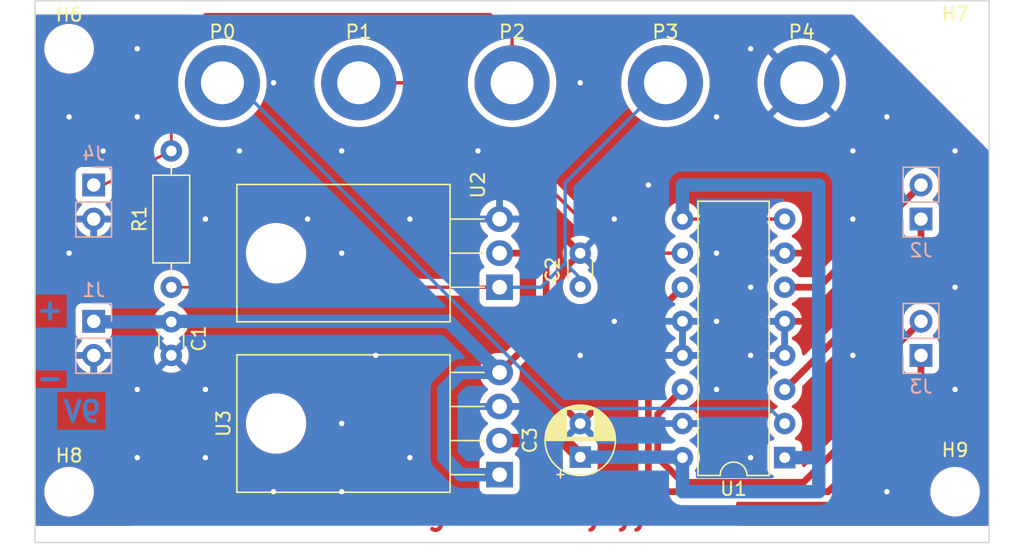
<source format=kicad_pcb>
(kicad_pcb (version 20221018) (generator pcbnew)
  (layers (0 "F.Cu" signal) (31 "B.Cu" signal) (34 "B.Paste" user) (35 "F.Paste" user) (36 "B.SilkS" user "B.Silkscreen") (37 "F.SilkS" user "F.Silkscreen") (38 "B.Mask" user) (39 "F.Mask" user) (44 "Edge.Cuts" user))
  (net 0 "")
  (net 1 "/9V")
  (net 2 "/GND")
  (net 3 "Net-(U1-1A)")
  (net 4 "Net-(U1-3A)")
  (net 5 "Net-(J2-Pin_1)")
  (net 6 "Net-(J2-Pin_2)")
  (net 7 "Net-(J3-Pin_1)")
  (net 8 "Net-(J3-Pin_2)")
  (net 9 "/3.3V")
  (net 10 "/5V")
  (net 11 "Net-(J4-Pin_1)")
  (footprint "Package_TO_SOT_THT:TO-220-4_Horizontal_TabDown" (layer "F.Cu") (at 131.15 92.71 90)
    (fp_text reference "U3" (at 3.81 -20.58 90) (layer "F.SilkS"))
    (fp_text value "~")
    (fp_line (start -1.31 -19.58) (end -1.31 -3.69) (stroke (width 0.12)) (layer "F.SilkS"))
    (fp_line (start -1.31 -19.58) (end 8.93 -19.58) (stroke (width 0.12)) (layer "F.SilkS"))
    (fp_line (start -1.31 -3.69) (end 8.93 -3.69) (stroke (width 0.12)) (layer "F.SilkS"))
    (fp_line (start 0 -3.69) (end 0 -1.15) (stroke (width 0.12)) (layer "F.SilkS"))
    (fp_line (start 2.54 -3.69) (end 2.54 -1.15) (stroke (width 0.12)) (layer "F.SilkS"))
    (fp_line (start 5.08 -3.69) (end 5.08 -1.15) (stroke (width 0.12)) (layer "F.SilkS"))
    (fp_line (start 7.62 -3.69) (end 7.62 -1.15) (stroke (width 0.12)) (layer "F.SilkS"))
    (fp_line (start 8.93 -19.58) (end 8.93 -3.69) (stroke (width 0.12)) (layer "F.SilkS"))
    (pad "" np_thru_hole oval (at 3.81 -16.66 90) (size 3.5 3.5) (drill 3.5) (layers "*.Cu" "*.Mask"))
    (pad "1" thru_hole rect (at 0 0 90) (size 1.905 2) (drill 1.1) (layers "*.Cu" "*.Mask") (net 1 "/9V"))
    (pad "2" thru_hole oval (at 2.54 0 90) (size 1.905 2) (drill 1.1) (layers "*.Cu" "*.Mask") (net 10 "/5V"))
    (pad "3" thru_hole oval (at 5.08 0 90) (size 1.905 2) (drill 1.1) (layers "*.Cu" "*.Mask") (net 2 "/GND"))
    (pad "4" thru_hole oval (at 7.62 0 90) (size 1.905 2) (drill 1.1) (layers "*.Cu" "*.Mask") (net 1 "/9V"))
  )
  (footprint "Capacitor_THT:C_Disc_D3.0mm_W1.6mm_P2.50mm" (layer "F.Cu") (at 137.16 78.7 90)
    (fp_text reference "C2" (at 1.25 -2.05 90) (layer "F.SilkS"))
    (fp_text value "0.1μF")
    (fp_line (start 0.621 -0.92) (end 1.879 -0.92) (stroke (width 0.12)) (layer "F.SilkS"))
    (fp_line (start 0.621 0.92) (end 1.879 0.92) (stroke (width 0.12)) (layer "F.SilkS"))
    (pad "1" thru_hole circle (at 0 0 90) (size 1.6 1.6) (drill 0.8) (layers "*.Cu" "*.Mask") (net 9 "/3.3V"))
    (pad "2" thru_hole circle (at 2.5 0 90) (size 1.6 1.6) (drill 0.8) (layers "*.Cu" "*.Mask") (net 2 "/GND"))
  )
  (footprint "MountingHole:MountingHole_3.2mm_M3_DIN965_Pad" (layer "F.Cu") (at 110.49 63.5)
    (fp_text reference "P0" (at 0 -3.8) (layer "F.SilkS"))
    (fp_text value "MountingHole_Pad")
    (pad "1" thru_hole circle (at 0 0) (size 5.6 5.6) (drill 3.2) (layers "*.Cu" "*.Mask") (net 3 "Net-(U1-1A)"))
  )
  (footprint "Capacitor_THT:CP_Radial_D5.0mm_P2.50mm" (layer "F.Cu") (at 137.16 91.4 90)
    (fp_text reference "C3" (at 1.25 -3.75 90) (layer "F.SilkS"))
    (fp_text value "22μF")
    (fp_line (start -1.554775 -1.475) (end -1.054775 -1.475) (stroke (width 0.12)) (layer "F.SilkS"))
    (fp_line (start -1.304775 -1.725) (end -1.304775 -1.225) (stroke (width 0.12)) (layer "F.SilkS"))
    (fp_line (start 1.25 -2.58) (end 1.25 2.58) (stroke (width 0.12)) (layer "F.SilkS"))
    (fp_line (start 1.29 -2.58) (end 1.29 2.58) (stroke (width 0.12)) (layer "F.SilkS"))
    (fp_line (start 1.33 -2.579) (end 1.33 2.579) (stroke (width 0.12)) (layer "F.SilkS"))
    (fp_line (start 1.37 -2.578) (end 1.37 2.578) (stroke (width 0.12)) (layer "F.SilkS"))
    (fp_line (start 1.41 -2.576) (end 1.41 2.576) (stroke (width 0.12)) (layer "F.SilkS"))
    (fp_line (start 1.45 -2.573) (end 1.45 2.573) (stroke (width 0.12)) (layer "F.SilkS"))
    (fp_line (start 1.49 -2.569) (end 1.49 -1.04) (stroke (width 0.12)) (layer "F.SilkS"))
    (fp_line (start 1.49 1.04) (end 1.49 2.569) (stroke (width 0.12)) (layer "F.SilkS"))
    (fp_line (start 1.53 -2.565) (end 1.53 -1.04) (stroke (width 0.12)) (layer "F.SilkS"))
    (fp_line (start 1.53 1.04) (end 1.53 2.565) (stroke (width 0.12)) (layer "F.SilkS"))
    (fp_line (start 1.57 -2.561) (end 1.57 -1.04) (stroke (width 0.12)) (layer "F.SilkS"))
    (fp_line (start 1.57 1.04) (end 1.57 2.561) (stroke (width 0.12)) (layer "F.SilkS"))
    (fp_line (start 1.61 -2.556) (end 1.61 -1.04) (stroke (width 0.12)) (layer "F.SilkS"))
    (fp_line (start 1.61 1.04) (end 1.61 2.556) (stroke (width 0.12)) (layer "F.SilkS"))
    (fp_line (start 1.65 -2.55) (end 1.65 -1.04) (stroke (width 0.12)) (layer "F.SilkS"))
    (fp_line (start 1.65 1.04) (end 1.65 2.55) (stroke (width 0.12)) (layer "F.SilkS"))
    (fp_line (start 1.69 -2.543) (end 1.69 -1.04) (stroke (width 0.12)) (layer "F.SilkS"))
    (fp_line (start 1.69 1.04) (end 1.69 2.543) (stroke (width 0.12)) (layer "F.SilkS"))
    (fp_line (start 1.73 -2.536) (end 1.73 -1.04) (stroke (width 0.12)) (layer "F.SilkS"))
    (fp_line (start 1.73 1.04) (end 1.73 2.536) (stroke (width 0.12)) (layer "F.SilkS"))
    (fp_line (start 1.77 -2.528) (end 1.77 -1.04) (stroke (width 0.12)) (layer "F.SilkS"))
    (fp_line (start 1.77 1.04) (end 1.77 2.528) (stroke (width 0.12)) (layer "F.SilkS"))
    (fp_line (start 1.81 -2.52) (end 1.81 -1.04) (stroke (width 0.12)) (layer "F.SilkS"))
    (fp_line (start 1.81 1.04) (end 1.81 2.52) (stroke (width 0.12)) (layer "F.SilkS"))
    (fp_line (start 1.85 -2.511) (end 1.85 -1.04) (stroke (width 0.12)) (layer "F.SilkS"))
    (fp_line (start 1.85 1.04) (end 1.85 2.511) (stroke (width 0.12)) (layer "F.SilkS"))
    (fp_line (start 1.89 -2.501) (end 1.89 -1.04) (stroke (width 0.12)) (layer "F.SilkS"))
    (fp_line (start 1.89 1.04) (end 1.89 2.501) (stroke (width 0.12)) (layer "F.SilkS"))
    (fp_line (start 1.93 -2.491) (end 1.93 -1.04) (stroke (width 0.12)) (layer "F.SilkS"))
    (fp_line (start 1.93 1.04) (end 1.93 2.491) (stroke (width 0.12)) (layer "F.SilkS"))
    (fp_line (start 1.971 -2.48) (end 1.971 -1.04) (stroke (width 0.12)) (layer "F.SilkS"))
    (fp_line (start 1.971 1.04) (end 1.971 2.48) (stroke (width 0.12)) (layer "F.SilkS"))
    (fp_line (start 2.011 -2.468) (end 2.011 -1.04) (stroke (width 0.12)) (layer "F.SilkS"))
    (fp_line (start 2.011 1.04) (end 2.011 2.468) (stroke (width 0.12)) (layer "F.SilkS"))
    (fp_line (start 2.051 -2.455) (end 2.051 -1.04) (stroke (width 0.12)) (layer "F.SilkS"))
    (fp_line (start 2.051 1.04) (end 2.051 2.455) (stroke (width 0.12)) (layer "F.SilkS"))
    (fp_line (start 2.091 -2.442) (end 2.091 -1.04) (stroke (width 0.12)) (layer "F.SilkS"))
    (fp_line (start 2.091 1.04) (end 2.091 2.442) (stroke (width 0.12)) (layer "F.SilkS"))
    (fp_line (start 2.131 -2.428) (end 2.131 -1.04) (stroke (width 0.12)) (layer "F.SilkS"))
    (fp_line (start 2.131 1.04) (end 2.131 2.428) (stroke (width 0.12)) (layer "F.SilkS"))
    (fp_line (start 2.171 -2.414) (end 2.171 -1.04) (stroke (width 0.12)) (layer "F.SilkS"))
    (fp_line (start 2.171 1.04) (end 2.171 2.414) (stroke (width 0.12)) (layer "F.SilkS"))
    (fp_line (start 2.211 -2.398) (end 2.211 -1.04) (stroke (width 0.12)) (layer "F.SilkS"))
    (fp_line (start 2.211 1.04) (end 2.211 2.398) (stroke (width 0.12)) (layer "F.SilkS"))
    (fp_line (start 2.251 -2.382) (end 2.251 -1.04) (stroke (width 0.12)) (layer "F.SilkS"))
    (fp_line (start 2.251 1.04) (end 2.251 2.382) (stroke (width 0.12)) (layer "F.SilkS"))
    (fp_line (start 2.291 -2.365) (end 2.291 -1.04) (stroke (width 0.12)) (layer "F.SilkS"))
    (fp_line (start 2.291 1.04) (end 2.291 2.365) (stroke (width 0.12)) (layer "F.SilkS"))
    (fp_line (start 2.331 -2.348) (end 2.331 -1.04) (stroke (width 0.12)) (layer "F.SilkS"))
    (fp_line (start 2.331 1.04) (end 2.331 2.348) (stroke (width 0.12)) (layer "F.SilkS"))
    (fp_line (start 2.371 -2.329) (end 2.371 -1.04) (stroke (width 0.12)) (layer "F.SilkS"))
    (fp_line (start 2.371 1.04) (end 2.371 2.329) (stroke (width 0.12)) (layer "F.SilkS"))
    (fp_line (start 2.411 -2.31) (end 2.411 -1.04) (stroke (width 0.12)) (layer "F.SilkS"))
    (fp_line (start 2.411 1.04) (end 2.411 2.31) (stroke (width 0.12)) (layer "F.SilkS"))
    (fp_line (start 2.451 -2.29) (end 2.451 -1.04) (stroke (width 0.12)) (layer "F.SilkS"))
    (fp_line (start 2.451 1.04) (end 2.451 2.29) (stroke (width 0.12)) (layer "F.SilkS"))
    (fp_line (start 2.491 -2.268) (end 2.491 -1.04) (stroke (width 0.12)) (layer "F.SilkS"))
    (fp_line (start 2.491 1.04) (end 2.491 2.268) (stroke (width 0.12)) (layer "F.SilkS"))
    (fp_line (start 2.531 -2.247) (end 2.531 -1.04) (stroke (width 0.12)) (layer "F.SilkS"))
    (fp_line (start 2.531 1.04) (end 2.531 2.247) (stroke (width 0.12)) (layer "F.SilkS"))
    (fp_line (start 2.571 -2.224) (end 2.571 -1.04) (stroke (width 0.12)) (layer "F.SilkS"))
    (fp_line (start 2.571 1.04) (end 2.571 2.224) (stroke (width 0.12)) (layer "F.SilkS"))
    (fp_line (start 2.611 -2.2) (end 2.611 -1.04) (stroke (width 0.12)) (layer "F.SilkS"))
    (fp_line (start 2.611 1.04) (end 2.611 2.2) (stroke (width 0.12)) (layer "F.SilkS"))
    (fp_line (start 2.651 -2.175) (end 2.651 -1.04) (stroke (width 0.12)) (layer "F.SilkS"))
    (fp_line (start 2.651 1.04) (end 2.651 2.175) (stroke (width 0.12)) (layer "F.SilkS"))
    (fp_line (start 2.691 -2.149) (end 2.691 -1.04) (stroke (width 0.12)) (layer "F.SilkS"))
    (fp_line (start 2.691 1.04) (end 2.691 2.149) (stroke (width 0.12)) (layer "F.SilkS"))
    (fp_line (start 2.731 -2.122) (end 2.731 -1.04) (stroke (width 0.12)) (layer "F.SilkS"))
    (fp_line (start 2.731 1.04) (end 2.731 2.122) (stroke (width 0.12)) (layer "F.SilkS"))
    (fp_line (start 2.771 -2.095) (end 2.771 -1.04) (stroke (width 0.12)) (layer "F.SilkS"))
    (fp_line (start 2.771 1.04) (end 2.771 2.095) (stroke (width 0.12)) (layer "F.SilkS"))
    (fp_line (start 2.811 -2.065) (end 2.811 -1.04) (stroke (width 0.12)) (layer "F.SilkS"))
    (fp_line (start 2.811 1.04) (end 2.811 2.065) (stroke (width 0.12)) (layer "F.SilkS"))
    (fp_line (start 2.851 -2.035) (end 2.851 -1.04) (stroke (width 0.12)) (layer "F.SilkS"))
    (fp_line (start 2.851 1.04) (end 2.851 2.035) (stroke (width 0.12)) (layer "F.SilkS"))
    (fp_line (start 2.891 -2.004) (end 2.891 -1.04) (stroke (width 0.12)) (layer "F.SilkS"))
    (fp_line (start 2.891 1.04) (end 2.891 2.004) (stroke (width 0.12)) (layer "F.SilkS"))
    (fp_line (start 2.931 -1.971) (end 2.931 -1.04) (stroke (width 0.12)) (layer "F.SilkS"))
    (fp_line (start 2.931 1.04) (end 2.931 1.971) (stroke (width 0.12)) (layer "F.SilkS"))
    (fp_line (start 2.971 -1.937) (end 2.971 -1.04) (stroke (width 0.12)) (layer "F.SilkS"))
    (fp_line (start 2.971 1.04) (end 2.971 1.937) (stroke (width 0.12)) (layer "F.SilkS"))
    (fp_line (start 3.011 -1.901) (end 3.011 -1.04) (stroke (width 0.12)) (layer "F.SilkS"))
    (fp_line (start 3.011 1.04) (end 3.011 1.901) (stroke (width 0.12)) (layer "F.SilkS"))
    (fp_line (start 3.051 -1.864) (end 3.051 -1.04) (stroke (width 0.12)) (layer "F.SilkS"))
    (fp_line (start 3.051 1.04) (end 3.051 1.864) (stroke (width 0.12)) (layer "F.SilkS"))
    (fp_line (start 3.091 -1.826) (end 3.091 -1.04) (stroke (width 0.12)) (layer "F.SilkS"))
    (fp_line (start 3.091 1.04) (end 3.091 1.826) (stroke (width 0.12)) (layer "F.SilkS"))
    (fp_line (start 3.131 -1.785) (end 3.131 -1.04) (stroke (width 0.12)) (layer "F.SilkS"))
    (fp_line (start 3.131 1.04) (end 3.131 1.785) (stroke (width 0.12)) (layer "F.SilkS"))
    (fp_line (start 3.171 -1.743) (end 3.171 -1.04) (stroke (width 0.12)) (layer "F.SilkS"))
    (fp_line (start 3.171 1.04) (end 3.171 1.743) (stroke (width 0.12)) (layer "F.SilkS"))
    (fp_line (start 3.211 -1.699) (end 3.211 -1.04) (stroke (width 0.12)) (layer "F.SilkS"))
    (fp_line (start 3.211 1.04) (end 3.211 1.699) (stroke (width 0.12)) (layer "F.SilkS"))
    (fp_line (start 3.251 -1.653) (end 3.251 -1.04) (stroke (width 0.12)) (layer "F.SilkS"))
    (fp_line (start 3.251 1.04) (end 3.251 1.653) (stroke (width 0.12)) (layer "F.SilkS"))
    (fp_line (start 3.291 -1.605) (end 3.291 -1.04) (stroke (width 0.12)) (layer "F.SilkS"))
    (fp_line (start 3.291 1.04) (end 3.291 1.605) (stroke (width 0.12)) (layer "F.SilkS"))
    (fp_line (start 3.331 -1.554) (end 3.331 -1.04) (stroke (width 0.12)) (layer "F.SilkS"))
    (fp_line (start 3.331 1.04) (end 3.331 1.554) (stroke (width 0.12)) (layer "F.SilkS"))
    (fp_line (start 3.371 -1.5) (end 3.371 -1.04) (stroke (width 0.12)) (layer "F.SilkS"))
    (fp_line (start 3.371 1.04) (end 3.371 1.5) (stroke (width 0.12)) (layer "F.SilkS"))
    (fp_line (start 3.411 -1.443) (end 3.411 -1.04) (stroke (width 0.12)) (layer "F.SilkS"))
    (fp_line (start 3.411 1.04) (end 3.411 1.443) (stroke (width 0.12)) (layer "F.SilkS"))
    (fp_line (start 3.451 -1.383) (end 3.451 -1.04) (stroke (width 0.12)) (layer "F.SilkS"))
    (fp_line (start 3.451 1.04) (end 3.451 1.383) (stroke (width 0.12)) (layer "F.SilkS"))
    (fp_line (start 3.491 -1.319) (end 3.491 -1.04) (stroke (width 0.12)) (layer "F.SilkS"))
    (fp_line (start 3.491 1.04) (end 3.491 1.319) (stroke (width 0.12)) (layer "F.SilkS"))
    (fp_line (start 3.531 -1.251) (end 3.531 -1.04) (stroke (width 0.12)) (layer "F.SilkS"))
    (fp_line (start 3.531 1.04) (end 3.531 1.251) (stroke (width 0.12)) (layer "F.SilkS"))
    (fp_line (start 3.571 -1.178) (end 3.571 1.178) (stroke (width 0.12)) (layer "F.SilkS"))
    (fp_line (start 3.611 -1.098) (end 3.611 1.098) (stroke (width 0.12)) (layer "F.SilkS"))
    (fp_line (start 3.651 -1.011) (end 3.651 1.011) (stroke (width 0.12)) (layer "F.SilkS"))
    (fp_line (start 3.691 -0.915) (end 3.691 0.915) (stroke (width 0.12)) (layer "F.SilkS"))
    (fp_line (start 3.731 -0.805) (end 3.731 0.805) (stroke (width 0.12)) (layer "F.SilkS"))
    (fp_line (start 3.771 -0.677) (end 3.771 0.677) (stroke (width 0.12)) (layer "F.SilkS"))
    (fp_line (start 3.811 -0.518) (end 3.811 0.518) (stroke (width 0.12)) (layer "F.SilkS"))
    (fp_line (start 3.851 -0.284) (end 3.851 0.284) (stroke (width 0.12)) (layer "F.SilkS"))
    (fp_circle (center 1.25 0) (end 3.87 0) (stroke (width 0.12)) (fill none) (layer "F.SilkS"))
    (pad "1" thru_hole rect (at 0 0 90) (size 1.6 1.6) (drill 0.8) (layers "*.Cu" "*.Mask") (net 10 "/5V"))
    (pad "2" thru_hole circle (at 2.5 0 90) (size 1.6 1.6) (drill 0.8) (layers "*.Cu" "*.Mask") (net 2 "/GND"))
  )
  (footprint "Package_DIP:DIP-16_W7.62mm" (layer "F.Cu") (at 152.4 91.44 180)
    (fp_text reference "U1" (at 3.81 -2.33) (layer "F.SilkS"))
    (fp_text value "L293D")
    (fp_line (start 1.16 -1.33) (end 1.16 19.11) (stroke (width 0.12)) (layer "F.SilkS"))
    (fp_line (start 1.16 19.11) (end 6.46 19.11) (stroke (width 0.12)) (layer "F.SilkS"))
    (fp_line (start 2.81 -1.33) (end 1.16 -1.33) (stroke (width 0.12)) (layer "F.SilkS"))
    (fp_line (start 6.46 -1.33) (end 4.81 -1.33) (stroke (width 0.12)) (layer "F.SilkS"))
    (fp_line (start 6.46 19.11) (end 6.46 -1.33) (stroke (width 0.12)) (layer "F.SilkS"))
    (fp_arc (start 4.81 -1.33) (mid 3.81 -0.33) (end 2.81 -1.33) (stroke (width 0.12)) (layer "F.SilkS"))
    (pad "1" thru_hole rect (at 0 0 180) (size 1.6 1.6) (drill 0.8) (layers "*.Cu" "*.Mask") (net 10 "/5V"))
    (pad "2" thru_hole oval (at 0 2.54 180) (size 1.6 1.6) (drill 0.8) (layers "*.Cu" "*.Mask") (net 3 "Net-(U1-1A)"))
    (pad "3" thru_hole oval (at 0 5.08 180) (size 1.6 1.6) (drill 0.8) (layers "*.Cu" "*.Mask") (net 5 "Net-(J2-Pin_1)"))
    (pad "4" thru_hole oval (at 0 7.62 180) (size 1.6 1.6) (drill 0.8) (layers "*.Cu" "*.Mask") (net 2 "/GND"))
    (pad "5" thru_hole oval (at 0 10.16 180) (size 1.6 1.6) (drill 0.8) (layers "*.Cu" "*.Mask") (net 2 "/GND"))
    (pad "6" thru_hole oval (at 0 12.7 180) (size 1.6 1.6) (drill 0.8) (layers "*.Cu" "*.Mask") (net 6 "Net-(J2-Pin_2)"))
    (pad "7" thru_hole oval (at 0 15.24 180) (size 1.6 1.6) (drill 0.8) (layers "*.Cu" "*.Mask") (net 2 "/GND"))
    (pad "8" thru_hole oval (at 0 17.78 180) (size 1.6 1.6) (drill 0.8) (layers "*.Cu" "*.Mask") (net 10 "/5V"))
    (pad "9" thru_hole oval (at 7.62 17.78 180) (size 1.6 1.6) (drill 0.8) (layers "*.Cu" "*.Mask") (net 10 "/5V"))
    (pad "10" thru_hole oval (at 7.62 15.24 180) (size 1.6 1.6) (drill 0.8) (layers "*.Cu" "*.Mask") (net 4 "Net-(U1-3A)"))
    (pad "11" thru_hole oval (at 7.62 12.7 180) (size 1.6 1.6) (drill 0.8) (layers "*.Cu" "*.Mask") (net 7 "Net-(J3-Pin_1)"))
    (pad "12" thru_hole oval (at 7.62 10.16 180) (size 1.6 1.6) (drill 0.8) (layers "*.Cu" "*.Mask") (net 2 "/GND"))
    (pad "13" thru_hole oval (at 7.62 7.62 180) (size 1.6 1.6) (drill 0.8) (layers "*.Cu" "*.Mask") (net 2 "/GND"))
    (pad "14" thru_hole oval (at 7.62 5.08 180) (size 1.6 1.6) (drill 0.8) (layers "*.Cu" "*.Mask") (net 8 "Net-(J3-Pin_2)"))
    (pad "15" thru_hole oval (at 7.62 2.54 180) (size 1.6 1.6) (drill 0.8) (layers "*.Cu" "*.Mask") (net 2 "/GND"))
    (pad "16" thru_hole oval (at 7.62 0 180) (size 1.6 1.6) (drill 0.8) (layers "*.Cu" "*.Mask") (net 10 "/5V"))
  )
  (footprint "Resistor_THT:R_Axial_DIN0207_L6.3mm_D2.5mm_P10.16mm_Horizontal" (layer "F.Cu") (at 106.68 78.74 90)
    (fp_text reference "R1" (at 5.08 -2.37 90) (layer "F.SilkS"))
    (fp_text value "10KΩ")
    (fp_line (start 1.04 0) (end 1.81 0) (stroke (width 0.12)) (layer "F.SilkS"))
    (fp_line (start 1.81 -1.37) (end 1.81 1.37) (stroke (width 0.12)) (layer "F.SilkS"))
    (fp_line (start 1.81 1.37) (end 8.35 1.37) (stroke (width 0.12)) (layer "F.SilkS"))
    (fp_line (start 8.35 -1.37) (end 1.81 -1.37) (stroke (width 0.12)) (layer "F.SilkS"))
    (fp_line (start 8.35 1.37) (end 8.35 -1.37) (stroke (width 0.12)) (layer "F.SilkS"))
    (fp_line (start 9.12 0) (end 8.35 0) (stroke (width 0.12)) (layer "F.SilkS"))
    (pad "1" thru_hole circle (at 0 0 90) (size 1.6 1.6) (drill 0.8) (layers "*.Cu" "*.Mask") (net 9 "/3.3V"))
    (pad "2" thru_hole oval (at 10.16 0 90) (size 1.6 1.6) (drill 0.8) (layers "*.Cu" "*.Mask") (net 11 "Net-(J4-Pin_1)"))
  )
  (footprint "Package_TO_SOT_THT:TO-220-3_Horizontal_TabDown" (layer "F.Cu") (at 131.15 78.74 90)
    (fp_text reference "U2" (at 7.62 -1.61 90) (layer "F.SilkS"))
    (fp_text value "~")
    (fp_line (start -2.58 -19.58) (end -2.58 -3.69) (stroke (width 0.12)) (layer "F.SilkS"))
    (fp_line (start -2.58 -19.58) (end 7.66 -19.58) (stroke (width 0.12)) (layer "F.SilkS"))
    (fp_line (start -2.58 -3.69) (end 7.66 -3.69) (stroke (width 0.12)) (layer "F.SilkS"))
    (fp_line (start 0 -3.69) (end 0 -1.15) (stroke (width 0.12)) (layer "F.SilkS"))
    (fp_line (start 2.54 -3.69) (end 2.54 -1.15) (stroke (width 0.12)) (layer "F.SilkS"))
    (fp_line (start 5.08 -3.69) (end 5.08 -1.15) (stroke (width 0.12)) (layer "F.SilkS"))
    (fp_line (start 7.66 -19.58) (end 7.66 -3.69) (stroke (width 0.12)) (layer "F.SilkS"))
    (pad "" np_thru_hole oval (at 2.54 -16.66 90) (size 3.5 3.5) (drill 3.5) (layers "*.Cu" "*.Mask"))
    (pad "1" thru_hole rect (at 0 0 90) (size 1.905 2) (drill 1.1) (layers "*.Cu" "*.Mask") (net 9 "/3.3V"))
    (pad "2" thru_hole oval (at 2.54 0 90) (size 1.905 2) (drill 1.1) (layers "*.Cu" "*.Mask") (net 1 "/9V"))
    (pad "3" thru_hole oval (at 5.08 0 90) (size 1.905 2) (drill 1.1) (layers "*.Cu" "*.Mask") (net 2 "/GND"))
  )
  (footprint "MountingHole:MountingHole_3.2mm_M3" (layer "F.Cu") (at 99.06 60.96)
    (fp_text reference "H6" (at 0 -2.54) (layer "F.SilkS"))
    (fp_text value "MountingHole")
    (pad "" np_thru_hole circle (at 0 0) (size 3.2 3.2) (drill 3.2) (layers "*.Cu" "*.Mask"))
  )
  (footprint "MountingHole:MountingHole_3.2mm_M3_DIN965_Pad" (layer "F.Cu") (at 153.67 63.5)
    (fp_text reference "P4" (at 0 -3.8) (layer "F.SilkS"))
    (fp_text value "MountingHole_Pad")
    (pad "1" thru_hole circle (at 0 0) (size 5.6 5.6) (drill 3.2) (layers "*.Cu" "*.Mask") (net 2 "/GND"))
  )
  (footprint "Capacitor_THT:C_Disc_D3.0mm_W1.6mm_P2.50mm" (layer "F.Cu") (at 106.68 81.32 -90)
    (fp_text reference "C1" (at 1.25 -2.05 90) (layer "F.SilkS"))
    (fp_text value "0.33μF")
    (fp_line (start 0.621 -0.92) (end 1.879 -0.92) (stroke (width 0.12)) (layer "F.SilkS"))
    (fp_line (start 0.621 0.92) (end 1.879 0.92) (stroke (width 0.12)) (layer "F.SilkS"))
    (pad "1" thru_hole circle (at 0 0 270) (size 1.6 1.6) (drill 0.8) (layers "*.Cu" "*.Mask") (net 1 "/9V"))
    (pad "2" thru_hole circle (at 2.5 0 270) (size 1.6 1.6) (drill 0.8) (layers "*.Cu" "*.Mask") (net 2 "/GND"))
  )
  (footprint "MountingHole:MountingHole_3.2mm_M3" (layer "F.Cu") (at 99.06 93.98)
    (fp_text reference "H8" (at 0 -2.69) (layer "F.SilkS"))
    (fp_text value "MountingHole")
    (pad "" np_thru_hole circle (at 0 0) (size 3.2 3.2) (drill 3.2) (layers "*.Cu" "*.Mask"))
  )
  (footprint "MountingHole:MountingHole_3.2mm_M3_DIN965_Pad" (layer "F.Cu") (at 132.08 63.5)
    (fp_text reference "P2" (at 0 -3.8) (layer "F.SilkS"))
    (fp_text value "MountingHole_Pad")
    (pad "1" thru_hole circle (at 0 0) (size 5.6 5.6) (drill 3.2) (layers "*.Cu" "*.Mask") (net 11 "Net-(J4-Pin_1)"))
  )
  (footprint "MountingHole:MountingHole_3.2mm_M3" (layer "F.Cu") (at 165.1 93.98)
    (fp_text reference "H9" (at 0 -3.1) (layer "F.SilkS"))
    (fp_text value "MountingHole")
    (pad "" np_thru_hole circle (at 0 0) (size 3.2 3.2) (drill 3.2) (layers "F&B.Cu" "*.Mask"))
  )
  (footprint "MountingHole:MountingHole_3.2mm_M3_DIN965_Pad" (layer "F.Cu") (at 120.65 63.5)
    (fp_text reference "P1" (at 0 -3.8) (layer "F.SilkS"))
    (fp_text value "MountingHole_Pad")
    (pad "1" thru_hole circle (at 0 0) (size 5.6 5.6) (drill 3.2) (layers "*.Cu" "*.Mask") (net 4 "Net-(U1-3A)"))
  )
  (footprint "MountingHole:MountingHole_3.2mm_M3_DIN965_Pad" (layer "F.Cu") (at 143.51 63.5)
    (fp_text reference "P3" (at 0 -3.8) (layer "F.SilkS"))
    (fp_text value "MountingHole_Pad")
    (pad "1" thru_hole circle (at 0 0) (size 5.6 5.6) (drill 3.2) (layers "*.Cu" "*.Mask") (net 9 "/3.3V"))
  )
  (footprint "MountingHole:MountingHole_3.2mm_M3" (layer "F.Cu") (at 165.1 60.96)
    (fp_text reference "H7" (at 0 -2.6) (layer "F.SilkS"))
    (fp_text value "MountingHole")
    (pad "" np_thru_hole circle (at 0 0) (size 3.2 3.2) (drill 3.2) (layers "*.Cu" "*.Mask"))
  )
  (footprint "Connector_PinHeader_2.54mm:PinHeader_1x02_P2.54mm_Vertical" (layer "B.Cu") (at 162.56 83.82)
    (fp_text reference "J3" (at 0 2.33 180) (layer "B.SilkS") (effects (justify mirror)))
    (fp_text value "Conn_01x02")
    (fp_line (start -1.33 -3.87) (end 1.33 -3.87) (stroke (width 0.12)) (layer "B.SilkS"))
    (fp_line (start -1.33 -1.27) (end -1.33 -3.87) (stroke (width 0.12)) (layer "B.SilkS"))
    (fp_line (start -1.33 -1.27) (end 1.33 -1.27) (stroke (width 0.12)) (layer "B.SilkS"))
    (fp_line (start -1.33 0) (end -1.33 1.33) (stroke (width 0.12)) (layer "B.SilkS"))
    (fp_line (start -1.33 1.33) (end 0 1.33) (stroke (width 0.12)) (layer "B.SilkS"))
    (fp_line (start 1.33 -1.27) (end 1.33 -3.87) (stroke (width 0.12)) (layer "B.SilkS"))
    (pad "1" thru_hole rect (at 0 0) (size 1.7 1.7) (drill 1) (layers "*.Cu" "*.Mask") (net 7 "Net-(J3-Pin_1)"))
    (pad "2" thru_hole oval (at 0 -2.54) (size 1.7 1.7) (drill 1) (layers "*.Cu" "*.Mask") (net 8 "Net-(J3-Pin_2)"))
  )
  (footprint "Connector_PinHeader_2.54mm:PinHeader_1x02_P2.54mm_Vertical" (layer "B.Cu") (at 100.895 81.28 180)
    (fp_text reference "J1" (at 0 2.33) (layer "B.SilkS") (effects (justify mirror)))
    (fp_text value "Conn_01x02")
    (fp_line (start -1.33 -3.87) (end 1.33 -3.87) (stroke (width 0.12)) (layer "B.SilkS"))
    (fp_line (start -1.33 -1.27) (end -1.33 -3.87) (stroke (width 0.12)) (layer "B.SilkS"))
    (fp_line (start -1.33 -1.27) (end 1.33 -1.27) (stroke (width 0.12)) (layer "B.SilkS"))
    (fp_line (start -1.33 0) (end -1.33 1.33) (stroke (width 0.12)) (layer "B.SilkS"))
    (fp_line (start -1.33 1.33) (end 0 1.33) (stroke (width 0.12)) (layer "B.SilkS"))
    (fp_line (start 1.33 -1.27) (end 1.33 -3.87) (stroke (width 0.12)) (layer "B.SilkS"))
    (pad "1" thru_hole rect (at 0 0 180) (size 1.7 1.7) (drill 1) (layers "*.Cu" "*.Mask") (net 1 "/9V"))
    (pad "2" thru_hole oval (at 0 -2.54 180) (size 1.7 1.7) (drill 1) (layers "*.Cu" "*.Mask") (net 2 "/GND"))
  )
  (footprint "Connector_PinHeader_2.54mm:PinHeader_1x02_P2.54mm_Vertical" (layer "B.Cu") (at 162.56 73.66)
    (fp_text reference "J2" (at 0 2.33 180) (layer "B.SilkS") (effects (justify mirror)))
    (fp_text value "Conn_01x02")
    (fp_line (start -1.33 -3.87) (end 1.33 -3.87) (stroke (width 0.12)) (layer "B.SilkS"))
    (fp_line (start -1.33 -1.27) (end -1.33 -3.87) (stroke (width 0.12)) (layer "B.SilkS"))
    (fp_line (start -1.33 -1.27) (end 1.33 -1.27) (stroke (width 0.12)) (layer "B.SilkS"))
    (fp_line (start -1.33 0) (end -1.33 1.33) (stroke (width 0.12)) (layer "B.SilkS"))
    (fp_line (start -1.33 1.33) (end 0 1.33) (stroke (width 0.12)) (layer "B.SilkS"))
    (fp_line (start 1.33 -1.27) (end 1.33 -3.87) (stroke (width 0.12)) (layer "B.SilkS"))
    (pad "1" thru_hole rect (at 0 0) (size 1.7 1.7) (drill 1) (layers "*.Cu" "*.Mask") (net 5 "Net-(J2-Pin_1)"))
    (pad "2" thru_hole oval (at 0 -2.54) (size 1.7 1.7) (drill 1) (layers "*.Cu" "*.Mask") (net 6 "Net-(J2-Pin_2)"))
  )
  (footprint "Connector_PinHeader_2.54mm:PinHeader_1x02_P2.54mm_Vertical" (layer "B.Cu") (at 100.895 71.12 180)
    (fp_text reference "J4" (at 0 2.33) (layer "B.SilkS") (effects (justify mirror)))
    (fp_text value "Conn_01x02")
    (fp_line (start -1.33 -3.87) (end 1.33 -3.87) (stroke (width 0.12)) (layer "B.SilkS"))
    (fp_line (start -1.33 -1.27) (end -1.33 -3.87) (stroke (width 0.12)) (layer "B.SilkS"))
    (fp_line (start -1.33 -1.27) (end 1.33 -1.27) (stroke (width 0.12)) (layer "B.SilkS"))
    (fp_line (start -1.33 0) (end -1.33 1.33) (stroke (width 0.12)) (layer "B.SilkS"))
    (fp_line (start -1.33 1.33) (end 0 1.33) (stroke (width 0.12)) (layer "B.SilkS"))
    (fp_line (start 1.33 -1.27) (end 1.33 -3.87) (stroke (width 0.12)) (layer "B.SilkS"))
    (pad "1" thru_hole rect (at 0 0 180) (size 1.7 1.7) (drill 1) (layers "*.Cu" "*.Mask") (net 11 "Net-(J4-Pin_1)"))
    (pad "2" thru_hole oval (at 0 -2.54 180) (size 1.7 1.7) (drill 1) (layers "*.Cu" "*.Mask") (net 2 "/GND"))
  )
  (gr_line (start 106.68 60.96) (end 106.68 68.58) (stroke (width 0.2)) (layer "F.Cu"))
  (gr_line (start 106.68 78.74) (end 111.76 78.74) (stroke (width 0.2)) (layer "F.Cu"))
  (gr_line (start 101.6 71.12) (end 106.68 68.58) (stroke (width 0.2)) (layer "F.Cu"))
  (gr_rect (start 96.52 57.38) (end 167.64 97.77) (stroke (width 0.1)) (fill none) (layer "Edge.Cuts"))
  (gr_text "2024.01 MB Curling ver0.2 by yyatsuo" (at 104.14 96.52) (layer "F.Cu") (effects (font (size 1.5 1.5) (thickness 0.3) bold) (justify left bottom)))
  (gr_text "-" (at 96.52 86.36) (layer "B.Cu") (effects (font (size 1.5 1.5) (thickness 0.3) bold) (justify left bottom)))
  (gr_text "9V" (at 101.6 88.9) (layer "B.Cu") (effects (font (size 1.5 1.5) (thickness 0.3) bold) (justify left bottom mirror)))
  (gr_text "+" (at 96.52 81.28) (layer "B.Cu") (effects (font (size 1.5 1.5) (thickness 0.3) bold) (justify left bottom)))
  (segment (start 131.15 76.2) (end 134.18625 76.2) (width 0.5) (layer "F.Cu") (net 1))
  (segment (start 134.18625 76.2) (end 134.62 76.63375) (width 0.5) (layer "F.Cu") (net 1))
  (segment (start 134.62 81.62) (end 131.15 85.09) (width 0.5) (layer "F.Cu") (net 1))
  (segment (start 134.62 76.63375) (end 134.62 81.62) (width 0.5) (layer "F.Cu") (net 1))
  (segment (start 106.68 81.32) (end 100.935 81.32) (width 1) (layer "B.Cu") (net 1))
  (segment (start 127 91.44) (end 128.27 92.71) (width 1) (layer "B.Cu") (net 1))
  (segment (start 106.72 81.28) (end 106.68 81.32) (width 1) (layer "B.Cu") (net 1))
  (segment (start 128.27 92.71) (end 131.15 92.71) (width 1) (layer "B.Cu") (net 1))
  (segment (start 127 86.36) (end 127 91.44) (width 1) (layer "B.Cu") (net 1))
  (segment (start 131.15 85.09) (end 127.34 81.28) (width 1) (layer "B.Cu") (net 1))
  (segment (start 128.27 85.09) (end 127 86.36) (width 1) (layer "B.Cu") (net 1))
  (segment (start 131.15 85.09) (end 128.27 85.09) (width 1) (layer "B.Cu") (net 1))
  (segment (start 127.34 81.28) (end 106.72 81.28) (width 1) (layer "B.Cu") (net 1))
  (segment (start 100.935 81.32) (end 100.895 81.28) (width 1) (layer "B.Cu") (net 1))
  (via (at 99.06 66.04) (size 0.8) (drill 0.4) (layers "F.Cu" "B.Cu") (net 2))
  (via (at 147.32 76.2) (size 0.8) (drill 0.4) (layers "F.Cu" "B.Cu") (net 2))
  (via (at 104.14 86.36) (size 0.8) (drill 0.4) (layers "F.Cu" "B.Cu") (net 2))
  (via (at 124.46 91.44) (size 0.8) (drill 0.4) (layers "F.Cu" "B.Cu") (net 2))
  (via (at 139.7 81.28) (size 0.8) (drill 0.4) (layers "F.Cu" "B.Cu") (net 2))
  (via (at 99.06 76.2) (size 0.8) (drill 0.4) (layers "F.Cu" "B.Cu") (net 2))
  (via (at 149.86 91.44) (size 0.8) (drill 0.4) (layers "F.Cu" "B.Cu") (net 2))
  (via (at 109.22 91.44) (size 0.8) (drill 0.4) (layers "F.Cu" "B.Cu") (net 2))
  (via (at 119.38 68.58) (size 0.8) (drill 0.4) (layers "F.Cu" "B.Cu") (net 2))
  (via (at 157.48 68.58) (size 0.8) (drill 0.4) (layers "F.Cu" "B.Cu") (net 2))
  (via (at 137.16 83.82) (size 0.8) (drill 0.4) (layers "F.Cu" "B.Cu") (net 2))
  (via (at 147.32 81.28) (size 0.8) (drill 0.4) (layers "F.Cu" "B.Cu") (net 2))
  (via (at 129.54 68.58) (size 0.8) (drill 0.4) (layers "F.Cu" "B.Cu") (net 2))
  (via (at 114.3 93.98) (size 0.8) (drill 0.4) (layers "F.Cu" "B.Cu") (net 2))
  (via (at 139.7 73.66) (size 0.8) (drill 0.4) (layers "F.Cu" "B.Cu") (net 2))
  (via (at 165.1 86.36) (size 0.8) (drill 0.4) (layers "F.Cu" "B.Cu") (net 2))
  (via (at 109.22 73.66) (size 0.8) (drill 0.4) (layers "F.Cu" "B.Cu") (net 2))
  (via (at 137.16 63.5) (size 0.8) (drill 0.4) (layers "F.Cu" "B.Cu") (net 2))
  (via (at 124.46 73.66) (size 0.8) (drill 0.4) (layers "F.Cu" "B.Cu") (net 2))
  (via (at 149.86 78.74) (size 0.8) (drill 0.4) (layers "F.Cu" "B.Cu") (net 2))
  (via (at 165.1 78.74) (size 0.8) (drill 0.4) (layers "F.Cu" "B.Cu") (net 2))
  (via (at 157.48 83.82) (size 0.8) (drill 0.4) (layers "F.Cu" "B.Cu") (net 2))
  (via (at 147.32 66.04) (size 0.8) (drill 0.4) (layers "F.Cu" "B.Cu") (net 2))
  (via (at 147.32 86.36) (size 0.8) (drill 0.4) (layers "F.Cu" "B.Cu") (net 2))
  (via (at 119.38 93.98) (size 0.8) (drill 0.4) (layers "F.Cu" "B.Cu") (net 2))
  (via (at 157.48 73.66) (size 0.8) (drill 0.4) (layers "F.Cu" "B.Cu") (net 2))
  (via (at 160.02 66.04) (size 0.8) (drill 0.4) (layers "F.Cu" "B.Cu") (net 2))
  (via (at 104.14 66.04) (size 0.8) (drill 0.4) (layers "F.Cu" "B.Cu") (net 2))
  (via (at 104.14 91.44) (size 0.8) (drill 0.4) (layers "F.Cu" "B.Cu") (net 2))
  (via (at 119.38 76.2) (size 0.8) (drill 0.4) (layers "F.Cu" "B.Cu") (net 2))
  (via (at 111.76 68.58) (size 0.8) (drill 0.4) (layers "F.Cu" "B.Cu") (net 2))
  (via (at 109.22 86.36) (size 0.8) (drill 0.4) (layers "F.Cu" "B.Cu") (net 2))
  (via (at 119.38 88.9) (size 0.8) (drill 0.4) (layers "F.Cu" "B.Cu") (net 2))
  (via (at 114.3 63.5) (size 0.8) (drill 0.4) (layers "F.Cu" "B.Cu") (net 2))
  (via (at 121.92 83.82) (size 0.8) (drill 0.4) (layers "F.Cu" "B.Cu") (net 2))
  (via (at 104.14 60.96) (size 0.8) (drill 0.4) (layers "F.Cu" "B.Cu") (net 2))
  (via (at 142.24 71.12) (size 0.8) (drill 0.4) (layers "F.Cu" "B.Cu") (net 2))
  (via (at 165.1 68.58) (size 0.8) (drill 0.4) (layers "F.Cu" "B.Cu") (net 2))
  (via (at 149.86 83.82) (size 0.8) (drill 0.4) (layers "F.Cu" "B.Cu") (net 2))
  (via (at 101.6 68.58) (size 0.8) (drill 0.4) (layers "F.Cu" "B.Cu") (net 2))
  (via (at 149.86 60.96) (size 0.8) (drill 0.4) (layers "F.Cu" "B.Cu") (net 2))
  (via (at 160.02 93.98) (size 0.8) (drill 0.4) (layers "F.Cu" "B.Cu") (net 2))
  (via (at 116.84 73.66) (size 0.8) (drill 0.4) (layers "F.Cu" "B.Cu") (net 2))
  (segment (start 111.414158 63.5) (end 135.689158 87.775) (width 0.25) (layer "B.Cu") (net 3))
  (segment (start 135.689158 87.775) (end 151.275 87.775) (width 0.25) (layer "B.Cu") (net 3))
  (segment (start 110.49 63.5) (end 111.414158 63.5) (width 0.25) (layer "B.Cu") (net 3))
  (segment (start 151.275 87.775) (end 152.4 88.9) (width 0.25) (layer "B.Cu") (net 3))
  (segment (start 139.7 76.2) (end 144.78 76.2) (width 0.25) (layer "F.Cu") (net 4))
  (segment (start 120.65 63.5) (end 127 63.5) (width 0.25) (layer "F.Cu") (net 4))
  (segment (start 127 63.5) (end 139.7 76.2) (width 0.25) (layer "F.Cu") (net 4))
  (segment (start 152.4 86.36) (end 162.56 76.2) (width 0.5) (layer "F.Cu") (net 5))
  (segment (start 162.56 76.2) (end 162.56 73.66) (width 0.5) (layer "F.Cu") (net 5))
  (segment (start 152.4 78.74) (end 154.94 78.74) (width 0.5) (layer "F.Cu") (net 6))
  (segment (start 154.94 78.74) (end 162.56 71.12) (width 0.5) (layer "F.Cu") (net 6))
  (segment (start 162.56 83.82) (end 162.56 87.065) (width 0.5) (layer "F.Cu") (net 7))
  (segment (start 142.24 92.954505) (end 142.24 81.28) (width 0.5) (layer "F.Cu") (net 7))
  (segment (start 162.56 87.065) (end 155.645 93.98) (width 0.5) (layer "F.Cu") (net 7))
  (segment (start 155.645 93.98) (end 143.265495 93.98) (width 0.5) (layer "F.Cu") (net 7))
  (segment (start 142.24 81.28) (end 144.78 78.74) (width 0.5) (layer "F.Cu") (net 7))
  (segment (start 143.265495 93.98) (end 142.24 92.954505) (width 0.5) (layer "F.Cu") (net 7))
  (segment (start 142.94 91.44) (end 142.94 88.2) (width 0.5) (layer "F.Cu") (net 8))
  (segment (start 144.78 93.28) (end 142.94 91.44) (width 0.5) (layer "F.Cu") (net 8))
  (segment (start 153.805 93.28) (end 144.78 93.28) (width 0.5) (layer "F.Cu") (net 8))
  (segment (start 157.48 86.36) (end 157.48 89.605) (width 0.5) (layer "F.Cu") (net 8))
  (segment (start 142.94 88.2) (end 144.78 86.36) (width 0.5) (layer "F.Cu") (net 8))
  (segment (start 162.56 81.28) (end 157.48 86.36) (width 0.5) (layer "F.Cu") (net 8))
  (segment (start 157.48 89.605) (end 153.805 93.28) (width 0.5) (layer "F.Cu") (net 8))
  (segment (start 111.76 78.74) (end 131.15 78.74) (width 0.25) (layer "F.Cu") (net 9))
  (segment (start 134.233604 78.74) (end 131.15 78.74) (width 0.25) (layer "B.Cu") (net 9))
  (segment (start 143.51 63.5) (end 136.035 70.975) (width 0.25) (layer "B.Cu") (net 9))
  (segment (start 136.035 76.938604) (end 134.233604 78.74) (width 0.25) (layer "B.Cu") (net 9))
  (segment (start 136.035 70.975) (end 136.035 76.938604) (width 0.25) (layer "B.Cu") (net 9))
  (segment (start 136.035 76.938604) (end 137.478198 78.381802) (width 0.25) (layer "B.Cu") (net 9))
  (segment (start 144.78 73.66) (end 152.4 73.66) (width 0.25) (layer "F.Cu") (net 10))
  (segment (start 135.93 90.17) (end 137.16 91.4) (width 1) (layer "F.Cu") (net 10))
  (segment (start 131.15 90.17) (end 135.93 90.17) (width 1) (layer "F.Cu") (net 10))
  (segment (start 144.78 73.66) (end 144.78 71.12) (width 1) (layer "B.Cu") (net 10))
  (segment (start 154.94 91.44) (end 154.94 93.98) (width 1) (layer "B.Cu") (net 10))
  (segment (start 154.94 93.98) (end 144.78 93.98) (width 1) (layer "B.Cu") (net 10))
  (segment (start 154.94 71.12) (end 154.94 91.44) (width 1) (layer "B.Cu") (net 10))
  (segment (start 144.78 93.98) (end 144.78 91.44) (width 1) (layer "B.Cu") (net 10))
  (segment (start 154.94 91.44) (end 152.4 91.44) (width 1) (layer "B.Cu") (net 10))
  (segment (start 144.74 91.4) (end 144.78 91.44) (width 0.25) (layer "B.Cu") (net 10))
  (segment (start 137.16 91.4) (end 144.74 91.4) (width 1) (layer "B.Cu") (net 10))
  (segment (start 144.78 71.12) (end 154.94 71.12) (width 1) (layer "B.Cu") (net 10))
  (segment (start 109.22 58.42) (end 130.45 58.42) (width 0.25) (layer "F.Cu") (net 11))
  (segment (start 132.08 60.05) (end 132.08 63.5) (width 0.25) (layer "F.Cu") (net 11))
  (segment (start 106.68 60.96) (end 109.22 58.42) (width 0.25) (layer "F.Cu") (net 11))
  (segment (start 130.45 58.42) (end 132.08 60.05) (width 0.25) (layer "F.Cu") (net 11))
  (segment (start 100.895 71.12) (end 101.6 71.12) (width 0.25) (layer "F.Cu") (net 11))
  (zone (net 2) (net_name "/GND") (layers "F&B.Cu") (name "GND") (connect_pads (clearance 0.5)) (min_thickness 0.25) (fill yes (thermal_gap 0.5) (thermal_bridge_width 0.5))
    (polygon (pts (xy 167.64 96.52) (xy 96.52 96.52) (xy 96.52 58.42) (xy 157.48 58.42) (xy 167.64 68.58)))
  )
)
</source>
